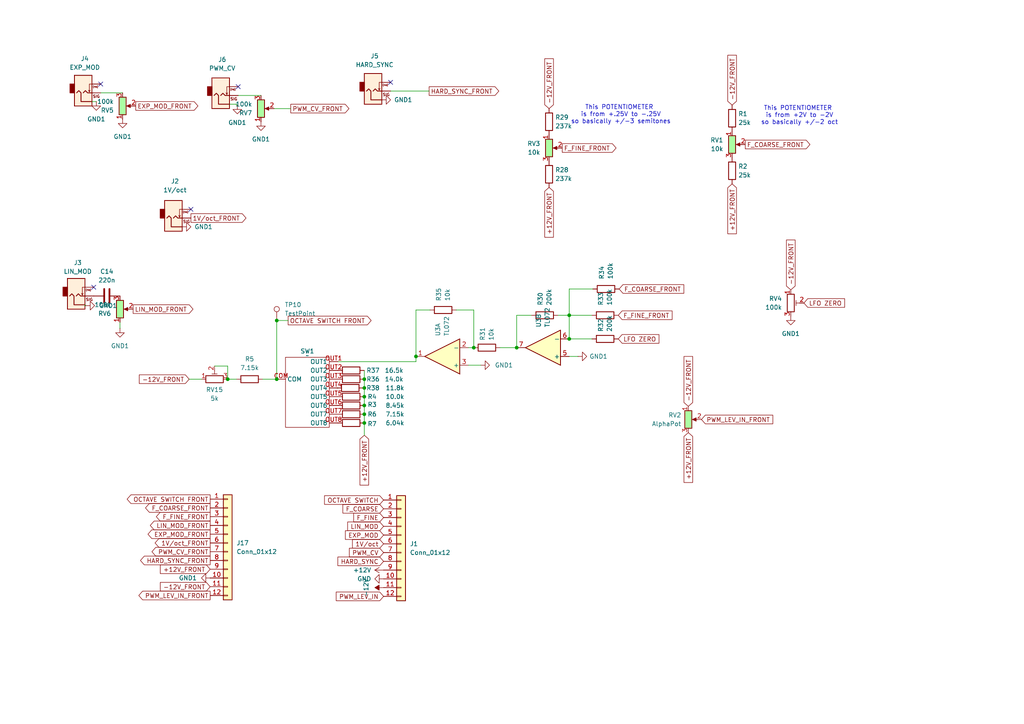
<source format=kicad_sch>
(kicad_sch (version 20250114) (generator "eeschema") (generator_version "9.0")
  (paper "A4")
  (lib_symbols
    (symbol "Amplifier_Operational:TL072" (pin_names (offset 0.127))
      (property "Reference" "U" (at 0 5.08 0))
      (property "Value" "TL072" (at 0 -5.08 0))
      (symbol "TL072_1_1"
        (polyline (pts (xy -5.08 5.08) (xy 5.08 0) (xy -5.08 -5.08) (xy -5.08 5.08)) (stroke (width 0.254)) (fill (type background)))
        (pin input line (at -7.62 2.54 0) (length 2.54) (name "+") (number "3"))
        (pin input line (at -7.62 -2.54 0) (length 2.54) (name "-") (number "2"))
        (pin output line (at 7.62 0 180) (length 2.54) (name "~") (number "1"))
      )
      (symbol "TL072_2_1"
        (polyline (pts (xy -5.08 5.08) (xy 5.08 0) (xy -5.08 -5.08) (xy -5.08 5.08)) (stroke (width 0.254)) (fill (type background)))
        (pin input line (at -7.62 2.54 0) (length 2.54) (name "+") (number "5"))
        (pin input line (at -7.62 -2.54 0) (length 2.54) (name "-") (number "6"))
        (pin output line (at 7.62 0 180) (length 2.54) (name "~") (number "7"))
      )
      (symbol "TL072_3_1"
        (pin power_in line (at -2.54 7.62 270) (length 3.81) (name "V+") (number "8"))
        (pin power_in line (at -2.54 -7.62 90) (length 3.81) (name "V-") (number "4"))
      )
    )
    (symbol "Connector:TestPoint" (pin_numbers (hide yes)) (pin_names (offset 0.762) (hide yes))
      (property "Reference" "TP" (at 0 6.858 0))
      (property "Value" "TestPoint" (at 0 5.08 0))
      (symbol "TestPoint_0_1"
        (circle (center 0 3.302) (radius 0.762))
      )
      (symbol "TestPoint_1_1"
        (pin passive line (at 0 0 90) (length 2.54) (name "1") (number "1"))
      )
    )
    (symbol "Connector_Generic:Conn_01x12" (pin_names (offset 1.016) (hide yes))
      (property "Reference" "J" (at 0 15.24 0))
      (property "Value" "Conn_01x12" (at 0 -17.78 0))
      (symbol "Conn_01x12_1_1"
        (rectangle (start -1.27 13.97) (end 1.27 -16.51) (stroke (width 0.254)) (fill (type background)))
        (rectangle (start -1.27 12.827) (end 0 12.573) (stroke (width 0.1524)))
        (rectangle (start -1.27 10.287) (end 0 10.033) (stroke (width 0.1524)))
        (rectangle (start -1.27 7.747) (end 0 7.493) (stroke (width 0.1524)))
        (rectangle (start -1.27 5.207) (end 0 4.953) (stroke (width 0.1524)))
        (rectangle (start -1.27 2.667) (end 0 2.413) (stroke (width 0.1524)))
        (rectangle (start -1.27 0.127) (end 0 -0.127) (stroke (width 0.1524)))
        (rectangle (start -1.27 -2.413) (end 0 -2.667) (stroke (width 0.1524)))
        (rectangle (start -1.27 -4.953) (end 0 -5.207) (stroke (width 0.1524)))
        (rectangle (start -1.27 -7.493) (end 0 -7.747) (stroke (width 0.1524)))
        (rectangle (start -1.27 -10.033) (end 0 -10.287) (stroke (width 0.1524)))
        (rectangle (start -1.27 -12.573) (end 0 -12.827) (stroke (width 0.1524)))
        (rectangle (start -1.27 -15.113) (end 0 -15.367) (stroke (width 0.1524)))
        (pin passive line (at -5.08 12.7 0) (length 3.81) (name "Pin_1") (number "1"))
        (pin passive line (at -5.08 10.16 0) (length 3.81) (name "Pin_2") (number "2"))
        (pin passive line (at -5.08 7.62 0) (length 3.81) (name "Pin_3") (number "3"))
        (pin passive line (at -5.08 5.08 0) (length 3.81) (name "Pin_4") (number "4"))
        (pin passive line (at -5.08 2.54 0) (length 3.81) (name "Pin_5") (number "5"))
        (pin passive line (at -5.08 0 0) (length 3.81) (name "Pin_6") (number "6"))
        (pin passive line (at -5.08 -2.54 0) (length 3.81) (name "Pin_7") (number "7"))
        (pin passive line (at -5.08 -5.08 0) (length 3.81) (name "Pin_8") (number "8"))
        (pin passive line (at -5.08 -7.62 0) (length 3.81) (name "Pin_9") (number "9"))
        (pin passive line (at -5.08 -10.16 0) (length 3.81) (name "Pin_10") (number "10"))
        (pin passive line (at -5.08 -12.7 0) (length 3.81) (name "Pin_11") (number "11"))
        (pin passive line (at -5.08 -15.24 0) (length 3.81) (name "Pin_12") (number "12"))
      )
    )
    (symbol "Device:C" (pin_numbers (hide yes)) (pin_names (offset 0.254))
      (property "Reference" "C" (at 0.635 2.54 0))
      (property "Value" "C" (at 0.635 -2.54 0))
      (symbol "C_0_1"
        (polyline (pts (xy -2.032 0.762) (xy 2.032 0.762)) (stroke (width 0.508)))
        (polyline (pts (xy -2.032 -0.762) (xy 2.032 -0.762)) (stroke (width 0.508)))
      )
      (symbol "C_1_1"
        (pin passive line (at 0 3.81 270) (length 2.794) (name "~") (number "1"))
        (pin passive line (at 0 -3.81 90) (length 2.794) (name "~") (number "2"))
      )
    )
    (symbol "Device:R" (pin_numbers (hide yes)) (pin_names (offset 0))
      (property "Reference" "R" (at 2.032 0 90))
      (property "Value" "R" (at 0 0 90))
      (symbol "R_0_1"
        (rectangle (start -1.016 -2.54) (end 1.016 2.54) (stroke (width 0.254)))
      )
      (symbol "R_1_1"
        (pin passive line (at 0 3.81 270) (length 1.27) (name "~") (number "1"))
        (pin passive line (at 0 -3.81 90) (length 1.27) (name "~") (number "2"))
      )
    )
    (symbol "Device:R_Potentiometer_Trim" (pin_names (offset 1.016) (hide yes))
      (property "Reference" "RV" (at -4.445 0 90))
      (property "Value" "R_Potentiometer_Trim" (at -2.54 0 90))
      (symbol "R_Potentiometer_Trim_0_1"
        (rectangle (start 1.016 2.54) (end -1.016 -2.54) (stroke (width 0.254)))
        (polyline (pts (xy 1.524 0.762) (xy 1.524 -0.762)))
        (polyline (pts (xy 2.54 0) (xy 1.524 0)))
      )
      (symbol "R_Potentiometer_Trim_1_1"
        (pin passive line (at 0 3.81 270) (length 1.27) (name "1") (number "1"))
        (pin passive line (at 0 -3.81 90) (length 1.27) (name "3") (number "3"))
        (pin passive line (at 3.81 0 180) (length 1.27) (name "2") (number "2"))
      )
    )
    (symbol "EuroRackTools:+12V" (power) (pin_names (offset 0))
      (property "Value" "+12V" (at 0 3.556 0))
      (symbol "+12V_0_1"
        (polyline (pts (xy -0.762 1.27) (xy 0 2.54)))
        (polyline (pts (xy 0 2.54) (xy 0.762 1.27)))
        (polyline (pts (xy 0 0) (xy 0 2.54)))
      )
      (symbol "+12V_1_1"
        (pin power_in line (at 0 0 90) (length 0) (hide yes) (name "+12V") (number "1"))
      )
    )
    (symbol "EuroRackTools:-12V" (power) (pin_names (offset 0))
      (property "Value" "-12V" (at 0 3.81 0))
      (symbol "-12V_0_0"
        (pin power_in line (at 0 0 90) (length 0) (hide yes) (name "-12V") (number "1"))
      )
      (symbol "-12V_0_1"
        (polyline (pts (xy 0 0) (xy 0 1.27) (xy 0.762 1.27) (xy 0 2.54) (xy -0.762 1.27) (xy 0 1.27)) (fill (type outline)))
      )
    )
    (symbol "EuroRackTools:AlphaPot" (pin_names (offset 1.016) (hide yes)) (in_bom no)
      (property "Reference" "RV" (at -4.445 0 90))
      (property "Value" "AlphaPot" (at -2.54 0 90))
      (symbol "AlphaPot_0_1"
        (polyline (pts (xy 1.143 0) (xy 2.286 0.508) (xy 2.286 -0.508) (xy 1.143 0)) (fill (type outline)))
        (polyline (pts (xy 2.54 0) (xy 1.524 0)))
      )
      (symbol "AlphaPot_1_1"
        (rectangle (start -1.016 2.54) (end 1.016 -2.54) (stroke (width 0.254)) (fill (type color) (color 172 255 163 1)))
        (pin passive line (at 0 3.81 270) (length 1.27) (name "1") (number "1"))
        (pin passive line (at 0 -3.81 90) (length 1.27) (name "3") (number "3"))
        (pin passive line (at 3.81 0 180) (length 1.27) (name "2") (number "2"))
      )
    )
    (symbol "EuroRackTools:GND" (power) (pin_names (offset 0))
      (property "Value" "GND" (at 0 -3.81 0))
      (symbol "GND_0_1"
        (polyline (pts (xy 0 0) (xy 0 -1.27) (xy 1.27 -1.27) (xy 0 -2.54) (xy -1.27 -1.27) (xy 0 -1.27)))
      )
      (symbol "GND_1_1"
        (pin power_in line (at 0 0 270) (length 0) (hide yes) (name "GND") (number "1"))
      )
    )
    (symbol "EuroRackTools:TM_rot_switch"
      (property "Reference" "SW" (at -9.652 1.016 0))
      (symbol "TM_rot_switch_0_1"
        (rectangle (start 0 17.78) (end -12.7 -2.54))
      )
      (symbol "TM_rot_switch_1_1"
        (pin passive line (at -15.24 11.43 0) (length 2.54) (name "COM") (number "COM"))
        (pin passive line (at 2.54 16.51 180) (length 2.54) (name "OUT1") (number "OUT1"))
        (pin passive line (at 2.54 13.97 180) (length 2.54) (name "OUT2") (number "OUT2"))
        (pin passive line (at 2.54 11.43 180) (length 2.54) (name "OUT3") (number "OUT3"))
        (pin passive line (at 2.54 8.89 180) (length 2.54) (name "OUT4") (number "OUT4"))
        (pin passive line (at 2.54 6.35 180) (length 2.54) (name "OUT5") (number "OUT5"))
        (pin passive line (at 2.54 3.81 180) (length 2.54) (name "OUT6") (number "OUT6"))
        (pin passive line (at 2.54 1.27 180) (length 2.54) (name "OUT7") (number "OUT7"))
        (pin passive line (at 2.54 -1.27 180) (length 2.54) (name "OUT8") (number "OUT8"))
      )
    )
    (symbol "EuroRackTools:Thonkiconn" (pin_numbers (hide yes)) (in_bom no)
      (property "Reference" "J" (at -1.524 3.048 0))
      (property "Value" "Thonkiconn" (at -0.254 -6.35 0))
      (symbol "Thonkiconn_0_0"
        (text "(no)" (at 3.302 1.778 0) (effects (font (size 0.5 0.5))))
        (text "SIG" (at 3.556 -1.016 0) (effects (font (size 0.8 0.8))))
      )
      (symbol "Thonkiconn_0_1"
        (rectangle (start -4.064 2.54) (end -2.794 0) (stroke (width 0.254)) (fill (type outline)))
        (polyline (pts (xy -0.254 0) (xy 0.381 0.635) (xy 1.016 0) (xy 2.286 0)) (stroke (width 0.254)))
        (polyline (pts (xy 1.524 0.254) (xy 1.778 0.762)))
        (polyline (pts (xy 2.286 2.54) (xy 1.524 2.54) (xy 1.524 0.254) (xy 1.27 0.762)))
        (polyline (pts (xy 2.286 -2.54) (xy -0.889 -2.54) (xy -0.889 0) (xy -1.524 0.635) (xy -2.159 0)) (stroke (width 0.254)))
      )
      (symbol "Thonkiconn_1_1"
        (rectangle (start -2.794 5.08) (end 2.286 -3.81) (stroke (width 0.254)) (fill (type color) (color 255 239 219 1)))
        (pin power_in line (at 2.286 -2.54 180) (length 2.54) (hide yes) (name "GND") (number "S"))
        (pin passive line (at 4.826 2.54 180) (length 2.54) (name "~") (number "TN"))
        (pin passive line (at 4.826 0 180) (length 2.54) (name "~") (number "T"))
      )
    )
    (symbol "power:GND1" (power) (pin_numbers (hide yes)) (pin_names (offset 0) (hide yes))
      (property "Value" "GND1" (at 0 -3.81 0))
      (symbol "GND1_0_1"
        (polyline (pts (xy 0 0) (xy 0 -1.27) (xy 1.27 -1.27) (xy 0 -2.54) (xy -1.27 -1.27) (xy 0 -1.27)))
      )
      (symbol "GND1_1_1"
        (pin power_in line (at 0 0 270) (length 0) (name "~") (number "1"))
      )
    )
  )
  (text "This POTENTIOMETER \nis from +.25V to -.25V\nso basically +/-3 semitones\n" (at 180.086 33.274 0) (effects (font (size 1.27 1.27))))
  (text "This POTENTIOMETER \nis from +2V to -2V\nso basically +/-2 oct\n" (at 231.902 33.528 0) (effects (font (size 1.27 1.27))))
  (junction (at 80.264 92.964))
  (junction (at 105.664 109.982))
  (junction (at 105.664 117.602))
  (junction (at 80.264 109.982))
  (junction (at 105.664 112.522))
  (junction (at 137.414 100.838))
  (junction (at 165.1 91.44))
  (junction (at 165.1 98.298))
  (junction (at 105.664 115.062))
  (junction (at 105.664 120.142))
  (junction (at 120.65 103.378))
  (junction (at 66.04 109.982))
  (junction (at 105.664 122.682))
  (junction (at 149.86 100.838))
  (no_connect (at 29.21 24.384))
  (no_connect (at 55.372 60.706))
  (no_connect (at 69.088 25.146))
  (no_connect (at 113.284 23.876))
  (no_connect (at 27.178 83.312))
  (wire (pts (xy 66.04 109.982) (xy 68.58 109.982)))
  (wire (pts (xy 165.1 98.298) (xy 171.704 98.298)))
  (wire (pts (xy 62.23 106.172) (xy 66.04 106.172)))
  (wire (pts (xy 29.21 26.924) (xy 35.56 26.924)))
  (wire (pts (xy 120.65 104.902) (xy 120.65 103.378)))
  (wire (pts (xy 105.664 112.522) (xy 105.664 115.062)))
  (wire (pts (xy 68.58 30.48) (xy 68.58 30.226)))
  (wire (pts (xy 149.86 91.44) (xy 154.178 91.44)))
  (wire (pts (xy 105.664 120.142) (xy 105.664 122.682)))
  (wire (pts (xy 137.414 100.838) (xy 135.89 100.838)))
  (wire (pts (xy 27.94 29.464) (xy 26.67 29.464)))
  (wire (pts (xy 24.638 88.646) (xy 24.638 88.392)))
  (wire (pts (xy 68.58 30.226) (xy 66.548 30.226)))
  (wire (pts (xy 105.664 109.982) (xy 105.664 112.522)))
  (wire (pts (xy 69.088 27.686) (xy 75.692 27.686)))
  (wire (pts (xy 54.864 109.982) (xy 58.42 109.982)))
  (wire (pts (xy 120.65 103.378) (xy 120.65 89.916)))
  (wire (pts (xy 137.414 100.838) (xy 137.414 89.916)))
  (wire (pts (xy 80.264 92.964) (xy 83.566 92.964)))
  (wire (pts (xy 79.502 31.496) (xy 84.328 31.496)))
  (wire (pts (xy 165.1 91.44) (xy 171.704 91.44)))
  (wire (pts (xy 66.04 106.172) (xy 66.04 109.982)))
  (wire (pts (xy 161.798 91.44) (xy 165.1 91.44)))
  (wire (pts (xy 165.1 91.44) (xy 165.1 83.82)))
  (wire (pts (xy 105.664 115.062) (xy 105.664 117.602)))
  (wire (pts (xy 105.41 112.522) (xy 105.664 112.522)))
  (wire (pts (xy 76.2 109.982) (xy 80.264 109.982)))
  (wire (pts (xy 139.446 105.918) (xy 135.89 105.918)))
  (wire (pts (xy 145.034 100.838) (xy 149.86 100.838)))
  (wire (pts (xy 149.86 100.838) (xy 149.86 91.44)))
  (wire (pts (xy 24.892 88.646) (xy 24.638 88.646)))
  (wire (pts (xy 68.834 30.48) (xy 68.58 30.48)))
  (wire (pts (xy 105.664 107.442) (xy 105.664 109.982)))
  (wire (pts (xy 105.664 117.602) (xy 105.664 120.142)))
  (wire (pts (xy 105.664 122.682) (xy 105.664 126.238)))
  (wire (pts (xy 132.334 89.916) (xy 137.414 89.916)))
  (wire (pts (xy 165.1 83.82) (xy 171.958 83.82)))
  (wire (pts (xy 97.79 112.522) (xy 98.044 112.522)))
  (wire (pts (xy 165.1 98.298) (xy 165.1 91.44)))
  (wire (pts (xy 98.044 104.902) (xy 120.65 104.902)))
  (wire (pts (xy 34.798 95.25) (xy 34.798 93.472)))
  (wire (pts (xy 80.264 109.982) (xy 80.264 92.964)))
  (wire (pts (xy 167.64 103.378) (xy 165.1 103.378)))
  (wire (pts (xy 113.284 26.416) (xy 124.46 26.416)))
  (wire (pts (xy 120.65 89.916) (xy 124.714 89.916)))
  (global_label "F_COARSE_FRONT" (shape input) (at 179.578 83.82 0) (property "Intersheetrefs" "${INTERSHEET_REFS}" (effects (hide yes))))
  (global_label "LIN_MOD" (shape input) (at 111.252 152.654 180) (property "Intersheetrefs" "${INTERSHEET_REFS}" (effects (hide yes))))
  (global_label "EXP_MOD_FRONT" (shape output) (at 39.37 30.734 0) (property "Intersheetrefs" "${INTERSHEET_REFS}" (effects (hide yes))))
  (global_label "OCTAVE SWITCH" (shape input) (at 111.252 145.034 180) (property "Intersheetrefs" "${INTERSHEET_REFS}" (effects (hide yes))))
  (global_label "HARD_SYNC" (shape input) (at 111.252 162.814 180) (property "Intersheetrefs" "${INTERSHEET_REFS}" (effects (hide yes))))
  (global_label "PWM_CV_FRONT" (shape output) (at 60.96 160.02 180) (property "Intersheetrefs" "${INTERSHEET_REFS}" (effects (hide yes))))
  (global_label "+12V_FRONT" (shape input) (at 212.344 53.34 270) (property "Intersheetrefs" "${INTERSHEET_REFS}" (effects (hide yes))))
  (global_label "1V{slash}oct_FRONT" (shape output) (at 55.372 63.246 0) (property "Intersheetrefs" "${INTERSHEET_REFS}" (effects (hide yes))))
  (global_label "-12V_FRONT" (shape input) (at 229.362 84.074 90) (property "Intersheetrefs" "${INTERSHEET_REFS}" (effects (hide yes))))
  (global_label "-12V_FRONT" (shape input) (at 159.258 31.496 90) (property "Intersheetrefs" "${INTERSHEET_REFS}" (effects (hide yes))))
  (global_label "-12V_FRONT" (shape input) (at 212.344 30.48 90) (property "Intersheetrefs" "${INTERSHEET_REFS}" (effects (hide yes))))
  (global_label "EXP_MOD" (shape input) (at 111.252 155.194 180) (property "Intersheetrefs" "${INTERSHEET_REFS}" (effects (hide yes))))
  (global_label "HARD_SYNC_FRONT" (shape output) (at 124.46 26.416 0) (property "Intersheetrefs" "${INTERSHEET_REFS}" (effects (hide yes))))
  (global_label "+12V_FRONT" (shape input) (at 199.644 125.476 270) (property "Intersheetrefs" "${INTERSHEET_REFS}" (effects (hide yes))))
  (global_label "F_FINE_FRONT" (shape output) (at 60.96 149.86 180) (property "Intersheetrefs" "${INTERSHEET_REFS}" (effects (hide yes))))
  (global_label "-12V_FRONT" (shape input) (at 60.96 170.18 180) (property "Intersheetrefs" "${INTERSHEET_REFS}" (effects (hide yes))))
  (global_label "1V{slash}oct_FRONT" (shape output) (at 60.96 157.48 180) (property "Intersheetrefs" "${INTERSHEET_REFS}" (effects (hide yes))))
  (global_label "+12V_FRONT" (shape input) (at 159.258 54.356 270) (property "Intersheetrefs" "${INTERSHEET_REFS}" (effects (hide yes))))
  (global_label "F_COARSE" (shape input) (at 111.252 147.574 180) (property "Intersheetrefs" "${INTERSHEET_REFS}" (effects (hide yes))))
  (global_label "-12V_FRONT" (shape input) (at 54.864 109.982 180) (property "Intersheetrefs" "${INTERSHEET_REFS}" (effects (hide yes))))
  (global_label "PWM_LEV_IN_FRONT" (shape input) (at 203.454 121.666 0) (property "Intersheetrefs" "${INTERSHEET_REFS}" (effects (hide yes))))
  (global_label "LFO ZERO" (shape input) (at 179.324 98.298 0) (property "Intersheetrefs" "${INTERSHEET_REFS}" (effects (hide yes))))
  (global_label "+12V_FRONT" (shape input) (at 60.96 165.1 180) (property "Intersheetrefs" "${INTERSHEET_REFS}" (effects (hide yes))))
  (global_label "F_COARSE_FRONT" (shape output) (at 216.154 41.91 0) (property "Intersheetrefs" "${INTERSHEET_REFS}" (effects (hide yes))))
  (global_label "LIN_MOD_FRONT" (shape output) (at 38.608 89.662 0) (property "Intersheetrefs" "${INTERSHEET_REFS}" (effects (hide yes))))
  (global_label "-12V_FRONT" (shape input) (at 199.644 117.856 90) (property "Intersheetrefs" "${INTERSHEET_REFS}" (effects (hide yes))))
  (global_label "F_FINE" (shape input) (at 111.252 150.114 180) (property "Intersheetrefs" "${INTERSHEET_REFS}" (effects (hide yes))))
  (global_label "EXP_MOD_FRONT" (shape output) (at 60.96 154.94 180) (property "Intersheetrefs" "${INTERSHEET_REFS}" (effects (hide yes))))
  (global_label "LIN_MOD_FRONT" (shape output) (at 60.96 152.4 180) (property "Intersheetrefs" "${INTERSHEET_REFS}" (effects (hide yes))))
  (global_label "OCTAVE SWITCH FRONT" (shape output) (at 83.566 92.964 0) (property "Intersheetrefs" "${INTERSHEET_REFS}" (effects (hide yes))))
  (global_label "1V{slash}oct" (shape input) (at 111.252 157.734 180) (property "Intersheetrefs" "${INTERSHEET_REFS}" (effects (hide yes))))
  (global_label "PWM_LEV_IN_FRONT" (shape output) (at 60.96 172.72 180) (property "Intersheetrefs" "${INTERSHEET_REFS}" (effects (hide yes))))
  (global_label "LFO ZERO" (shape input) (at 233.172 87.884 0) (property "Intersheetrefs" "${INTERSHEET_REFS}" (effects (hide yes))))
  (global_label "OCTAVE SWITCH FRONT" (shape output) (at 60.96 144.78 180) (property "Intersheetrefs" "${INTERSHEET_REFS}" (effects (hide yes))))
  (global_label "PWM_CV_FRONT" (shape output) (at 84.328 31.496 0) (property "Intersheetrefs" "${INTERSHEET_REFS}" (effects (hide yes))))
  (global_label "PWM_LEV_IN" (shape input) (at 111.252 172.974 180) (property "Intersheetrefs" "${INTERSHEET_REFS}" (effects (hide yes))))
  (global_label "F_COARSE_FRONT" (shape output) (at 60.96 147.32 180) (property "Intersheetrefs" "${INTERSHEET_REFS}" (effects (hide yes))))
  (global_label "HARD_SYNC_FRONT" (shape output) (at 60.96 162.56 180) (property "Intersheetrefs" "${INTERSHEET_REFS}" (effects (hide yes))))
  (global_label "F_FINE_FRONT" (shape output) (at 163.068 42.926 0) (property "Intersheetrefs" "${INTERSHEET_REFS}" (effects (hide yes))))
  (global_label "F_FINE_FRONT" (shape input) (at 179.324 91.44 0) (property "Intersheetrefs" "${INTERSHEET_REFS}" (effects (hide yes))))
  (global_label "PWM_CV" (shape input) (at 111.252 160.274 180) (property "Intersheetrefs" "${INTERSHEET_REFS}" (effects (hide yes))))
  (global_label "+12V_FRONT" (shape input) (at 105.664 126.238 270) (property "Intersheetrefs" "${INTERSHEET_REFS}" (effects (hide yes))))
  (symbol (lib_id "power:GND1") (at 52.832 65.786 90) (unit 1)
    (property "Reference" "#PWR072" (effects (hide yes)))
    (property "Value" "GND1" (at 56.388 65.7859 90) (effects (justify right)))
    (property "Description" "Power symbol creates a global label with name \"GND1\" , ground" (effects (hide yes)))
  )
  (symbol (lib_id "power:GND1") (at 34.798 95.25 0) (unit 1)
    (property "Reference" "#PWR078" (effects (hide yes)))
    (property "Value" "GND1" (at 34.798 100.33 0))
    (property "Description" "Power symbol creates a global label with name \"GND1\" , ground" (effects (hide yes)))
  )
  (symbol (lib_id "power:GND1") (at 60.96 167.64 270) (unit 1)
    (property "Reference" "#PWR076" (effects (hide yes)))
    (property "Value" "GND1" (at 57.15 167.6399 90) (effects (justify right)))
    (property "Description" "Power symbol creates a global label with name \"GND1\" , ground" (effects (hide yes)))
  )
  (symbol (lib_id "EuroRackTools:AlphaPot") (at 75.692 31.496 0) (mirror x) (unit 1) (in_bom no)
    (property "Reference" "RV7" (at 73.152 32.7661 0) (effects (justify right)))
    (property "Value" "100k" (at 73.152 30.2261 0) (effects (justify right)))
    (property "Footprint" "Eurorack:Potentiometer_Alpha_RD901F-40-00D_Single_Vertical" (effects (hide yes)))
    (property "Description" "PWM ATTN" (effects (hide yes)))
    (property "Sim.Pins" "1=1 2=2 3=3" (effects (hide yes)))
    (property "Sim.Device" "SPICE" (effects (hide yes)))
    (property "Sim.Params" "type=\"X\" model=\"pot100k\" lib=\"\"" (effects (hide yes)))
  )
  (symbol (lib_id "EuroRackTools:AlphaPot") (at 212.344 41.91 0) (unit 1) (in_bom no)
    (property "Reference" "RV1" (at 209.804 40.6399 0) (effects (justify right)))
    (property "Value" "10k" (at 209.804 43.1799 0) (effects (justify right)))
    (property "Footprint" "Eurorack:Potentiometer_Alpha_RD901F-40-00D_Single_Vertical" (effects (hide yes)))
    (property "Description" "F_FINE" (effects (hide yes)))
    (property "Sim.Pins" "1=1 2=2 3=3" (effects (hide yes)))
    (property "Sim.Device" "SPICE" (effects (hide yes)))
    (property "Sim.Params" "type=\"X\" model=\"pot100k\" lib=\"\"" (effects (hide yes)))
  )
  (symbol (lib_id "EuroRackTools:Thonkiconn") (at 24.384 26.924 0) (unit 1) (in_bom no)
    (property "Reference" "J4" (at 24.5872 17.018 0))
    (property "Value" "EXP_MOD" (at 24.5872 19.558 0))
    (property "Footprint" "Eurorack:Jack_3.5mm_QingPu_WQP-PJ398SM_Vertical_CircularHoles" (effects (hide yes)))
    (property "Description" "Audio Jack, 2 Poles (Mono / TS), Switched T Pole (Normalling)" (effects (hide yes)))
  )
  (symbol (lib_id "power:GND1") (at 35.56 34.544 0) (unit 1)
    (property "Reference" "#PWR066" (effects (hide yes)))
    (property "Value" "GND1" (at 35.56 39.624 0))
    (property "Description" "Power symbol creates a global label with name \"GND1\" , ground" (effects (hide yes)))
  )
  (symbol (lib_id "Device:R") (at 175.768 83.82 90) (unit 1)
    (property "Reference" "R34" (at 174.4979 81.026 0) (effects (justify left)))
    (property "Value" "100k" (at 177.0379 81.026 0) (effects (justify left)))
    (property "Footprint" "Resistor_SMD:R_0603_1608Metric_Pad0.98x0.95mm_HandSolder" (effects (hide yes)))
    (property "Description" "Resistor" (effects (hide yes)))
  )
  (symbol (lib_id "Device:R") (at 101.854 122.682 90) (unit 1)
    (property "Reference" "R7" (at 107.95 122.936 90))
    (property "Value" "6.04k" (at 114.554 122.682 90))
    (property "Footprint" "Resistor_SMD:R_0603_1608Metric_Pad0.98x0.95mm_HandSolder" (effects (hide yes)))
    (property "Description" "Resistor" (effects (hide yes)))
  )
  (symbol (lib_id "Device:R") (at 212.344 49.53 0) (unit 1)
    (property "Reference" "R2" (at 214.122 48.2599 0) (effects (justify left)))
    (property "Value" "25k" (at 214.122 50.7999 0) (effects (justify left)))
    (property "Footprint" "Resistor_SMD:R_0603_1608Metric_Pad0.98x0.95mm_HandSolder" (effects (hide yes)))
    (property "Description" "Resistor" (effects (hide yes)))
  )
  (symbol (lib_id "Device:C") (at 30.988 85.852 90) (unit 1)
    (property "Reference" "C14" (at 30.988 78.74 90))
    (property "Value" "220n" (at 30.988 81.28 90))
    (property "Footprint" "Capacitor_SMD:C_0603_1608Metric_Pad1.08x0.95mm_HandSolder" (effects (hide yes)))
    (property "Description" "Unpolarized capacitor" (effects (hide yes)))
  )
  (symbol (lib_id "Device:R") (at 101.854 120.142 90) (unit 1)
    (property "Reference" "R6" (at 107.95 120.142 90))
    (property "Value" "7.15k" (at 114.554 120.142 90))
    (property "Footprint" "Resistor_SMD:R_0603_1608Metric_Pad0.98x0.95mm_HandSolder" (effects (hide yes)))
    (property "Description" "Resistor" (effects (hide yes)))
  )
  (symbol (lib_id "power:GND1") (at 139.446 105.918 90) (unit 1)
    (property "Reference" "#PWR063" (effects (hide yes)))
    (property "Value" "GND1" (at 143.51 105.9179 90) (effects (justify right)))
    (property "Description" "Power symbol creates a global label with name \"GND1\" , ground" (effects (hide yes)))
  )
  (symbol (lib_id "Device:R") (at 175.514 98.298 90) (unit 1)
    (property "Reference" "R32" (at 174.2439 96.266 0) (effects (justify left)))
    (property "Value" "200k" (at 176.7839 96.266 0) (effects (justify left)))
    (property "Footprint" "Resistor_SMD:R_0603_1608Metric_Pad0.98x0.95mm_HandSolder" (effects (hide yes)))
    (property "Description" "Resistor" (effects (hide yes)))
  )
  (symbol (lib_id "Device:R") (at 72.39 109.982 90) (unit 1)
    (property "Reference" "R5" (at 72.39 104.14 90))
    (property "Value" "7.15k" (at 72.39 106.68 90))
    (property "Footprint" "Resistor_SMD:R_0603_1608Metric_Pad0.98x0.95mm_HandSolder" (effects (hide yes)))
    (property "Description" "Resistor" (effects (hide yes)))
  )
  (symbol (lib_id "power:GND1") (at 27.94 29.464 0) (unit 1)
    (property "Reference" "#PWR067" (effects (hide yes)))
    (property "Value" "GND1" (at 27.94 34.544 0))
    (property "Description" "Power symbol creates a global label with name \"GND1\" , ground" (effects (hide yes)))
  )
  (symbol (lib_id "Device:R") (at 101.854 117.602 90) (unit 1)
    (property "Reference" "R3" (at 107.95 117.348 90))
    (property "Value" "8.45k" (at 114.554 117.602 90))
    (property "Footprint" "Resistor_SMD:R_0603_1608Metric_Pad0.98x0.95mm_HandSolder" (effects (hide yes)))
    (property "Description" "Resistor" (effects (hide yes)))
  )
  (symbol (lib_id "EuroRackTools:Thonkiconn") (at 64.262 27.686 0) (unit 1) (in_bom no)
    (property "Reference" "J6" (at 64.4652 17.272 0))
    (property "Value" "PWM_CV" (at 64.4652 19.812 0))
    (property "Footprint" "Eurorack:Jack_3.5mm_QingPu_WQP-PJ398SM_Vertical_CircularHoles" (effects (hide yes)))
    (property "Description" "Audio Jack, 2 Poles (Mono / TS), Switched T Pole (Normalling)" (effects (hide yes)))
  )
  (symbol (lib_id "EuroRackTools:TM_rot_switch") (at 95.504 121.412 0) (unit 1)
    (property "Reference" "SW1" (at 89.154 101.854 0))
    (property "Value" "~" (at 89.154 103.124 0))
    (property "Footprint" "Eurorack:TH_rot_switch" (effects (hide yes)))
  )
  (symbol (lib_id "EuroRackTools:GND") (at 111.252 167.894 270) (unit 1)
    (property "Reference" "#PWR082" (effects (hide yes)))
    (property "Value" "GND" (at 107.696 167.8939 90) (effects (justify right)))
    (property "Description" "Power symbol creates a global label with name \"GND\" , ground" (effects (hide yes)))
  )
  (symbol (lib_id "Device:R") (at 128.524 89.916 90) (unit 1)
    (property "Reference" "R35" (at 127.2539 87.376 0) (effects (justify left)))
    (property "Value" "10k" (at 129.7939 87.376 0) (effects (justify left)))
    (property "Footprint" "Resistor_SMD:R_0603_1608Metric_Pad0.98x0.95mm_HandSolder" (effects (hide yes)))
    (property "Description" "Resistor" (effects (hide yes)))
  )
  (symbol (lib_id "power:GND1") (at 110.744 28.956 90) (unit 1)
    (property "Reference" "#PWR070" (effects (hide yes)))
    (property "Value" "GND1" (at 114.3 28.9559 90) (effects (justify right)))
    (property "Description" "Power symbol creates a global label with name \"GND1\" , ground" (effects (hide yes)))
  )
  (symbol (lib_id "Device:R") (at 159.258 50.546 0) (unit 1)
    (property "Reference" "R28" (at 161.036 49.2759 0) (effects (justify left)))
    (property "Value" "237k" (at 161.036 51.8159 0) (effects (justify left)))
    (property "Footprint" "Resistor_SMD:R_0603_1608Metric_Pad0.98x0.95mm_HandSolder" (effects (hide yes)))
    (property "Description" "Resistor" (effects (hide yes)))
  )
  (symbol (lib_id "EuroRackTools:Thonkiconn") (at 108.458 26.416 0) (unit 1) (in_bom no)
    (property "Reference" "J5" (at 108.6612 16.256 0))
    (property "Value" "HARD_SYNC" (at 108.6612 18.796 0))
    (property "Footprint" "Eurorack:Jack_3.5mm_QingPu_WQP-PJ398SM_Vertical_CircularHoles" (effects (hide yes)))
    (property "Description" "Audio Jack, 2 Poles (Mono / TS), Switched T Pole (Normalling)" (effects (hide yes)))
  )
  (symbol (lib_id "Device:R") (at 101.6 112.522 90) (unit 1)
    (property "Reference" "R38" (at 108.204 112.522 90))
    (property "Value" "11.8k" (at 114.554 112.522 90))
    (property "Footprint" "Resistor_SMD:R_0603_1608Metric_Pad0.98x0.95mm_HandSolder" (effects (hide yes)))
    (property "Description" "Resistor" (effects (hide yes)))
  )
  (symbol (lib_id "EuroRackTools:AlphaPot") (at 34.798 89.662 0) (mirror x) (unit 1) (in_bom no)
    (property "Reference" "RV6" (at 32.258 90.9321 0) (effects (justify right)))
    (property "Value" "100k" (at 32.258 88.3921 0) (effects (justify right)))
    (property "Footprint" "Eurorack:Potentiometer_Alpha_RD901F-40-00D_Single_Vertical" (effects (hide yes)))
    (property "Description" "LIN_MOD_ATT" (effects (hide yes)))
    (property "Sim.Pins" "1=1 2=2 3=3" (effects (hide yes)))
    (property "Sim.Device" "SPICE" (effects (hide yes)))
    (property "Sim.Params" "type=\"X\" model=\"pot100k\" lib=\"\"" (effects (hide yes)))
  )
  (symbol (lib_id "EuroRackTools:AlphaPot") (at 35.56 30.734 0) (mirror x) (unit 1) (in_bom no)
    (property "Reference" "RV5" (at 33.02 32.0041 0) (effects (justify right)))
    (property "Value" "100k" (at 33.02 29.4641 0) (effects (justify right)))
    (property "Footprint" "Eurorack:Potentiometer_Alpha_RD901F-40-00D_Single_Vertical" (effects (hide yes)))
    (property "Description" "EXP_MOD_ATTN" (effects (hide yes)))
    (property "Sim.Pins" "1=1 2=2 3=3" (effects (hide yes)))
    (property "Sim.Device" "SPICE" (effects (hide yes)))
    (property "Sim.Params" "type=\"X\" model=\"pot100k\" lib=\"\"" (effects (hide yes)))
  )
  (symbol (lib_id "Connector_Generic:Conn_01x12") (at 116.332 157.734 0) (unit 1)
    (property "Reference" "J1" (at 118.872 157.7339 0) (effects (justify left)))
    (property "Value" "Conn_01x12" (at 118.872 160.2739 0) (effects (justify left)))
    (property "Footprint" "Connector_PinSocket_2.54mm:PinSocket_1x12_P2.54mm_Vertical" (effects (hide yes)))
    (property "Description" "Generic connector, single row, 01x12, script generated (kicad-library-utils/schlib/autogen/connector/)" (effects (hide yes)))
  )
  (symbol (lib_id "power:GND1") (at 167.64 103.378 90) (unit 1)
    (property "Reference" "#PWR064" (effects (hide yes)))
    (property "Value" "GND1" (at 170.942 103.3779 90) (effects (justify right)))
    (property "Description" "Power symbol creates a global label with name \"GND1\" , ground" (effects (hide yes)))
  )
  (symbol (lib_id "power:GND1") (at 75.692 35.306 0) (unit 1)
    (property "Reference" "#PWR069" (effects (hide yes)))
    (property "Value" "GND1" (at 75.692 40.386 0))
    (property "Description" "Power symbol creates a global label with name \"GND1\" , ground" (effects (hide yes)))
  )
  (symbol (lib_id "EuroRackTools:Thonkiconn") (at 22.352 85.852 0) (unit 1) (in_bom no)
    (property "Reference" "J3" (at 22.5552 76.2 0))
    (property "Value" "LIN_MOD" (at 22.5552 78.74 0))
    (property "Footprint" "Eurorack:Jack_3.5mm_QingPu_WQP-PJ398SM_Vertical_CircularHoles" (effects (hide yes)))
    (property "Description" "Audio Jack, 2 Poles (Mono / TS), Switched T Pole (Normalling)" (effects (hide yes)))
  )
  (symbol (lib_id "Device:R") (at 101.854 109.982 90) (unit 1)
    (property "Reference" "R36" (at 108.204 109.982 90))
    (property "Value" "14.0k" (at 114.3 109.982 90))
    (property "Footprint" "Resistor_SMD:R_0603_1608Metric_Pad0.98x0.95mm_HandSolder" (effects (hide yes)))
    (property "Description" "Resistor" (effects (hide yes)))
  )
  (symbol (lib_id "EuroRackTools:-12V") (at 111.252 170.434 90) (unit 1)
    (property "Reference" "#PWR084" (effects (hide yes)))
    (property "Value" "-12V" (at 106.172 170.434 0))
    (property "Description" "Power symbol creates a global label with name \"-12V\"" (effects (hide yes)))
  )
  (symbol (lib_id "Device:R") (at 101.854 107.442 90) (unit 1)
    (property "Reference" "R37" (at 108.204 107.442 90))
    (property "Value" "16.5k" (at 114.3 107.442 90))
    (property "Footprint" "Resistor_SMD:R_0603_1608Metric_Pad0.98x0.95mm_HandSolder" (effects (hide yes)))
    (property "Description" "Resistor" (effects (hide yes)))
  )
  (symbol (lib_id "Device:R") (at 141.224 100.838 90) (unit 1)
    (property "Reference" "R31" (at 139.9539 98.806 0) (effects (justify left)))
    (property "Value" "10k" (at 142.4939 98.806 0) (effects (justify left)))
    (property "Footprint" "Resistor_SMD:R_0603_1608Metric_Pad0.98x0.95mm_HandSolder" (effects (hide yes)))
    (property "Description" "Resistor" (effects (hide yes)))
  )
  (symbol (lib_id "Amplifier_Operational:TL072") (at 157.48 100.838 180) (unit 2)
    (property "Reference" "U3" (at 156.2099 94.996 90) (effects (justify right)))
    (property "Value" "TL072" (at 158.7499 94.996 90) (effects (justify right)))
    (property "Footprint" "Package_SO:SOIC-8_3.9x4.9mm_P1.27mm" (effects (hide yes)))
    (property "Datasheet" "http://www.ti.com/lit/ds/symlink/tl071.pdf" (effects (hide yes)))
    (property "Description" "Dual Low-Noise JFET-Input Operational Amplifiers, DIP-8/SOIC-8" (effects (hide yes)))
  )
  (symbol (lib_id "Device:R") (at 159.258 35.306 0) (unit 1)
    (property "Reference" "R29" (at 161.036 34.0359 0) (effects (justify left)))
    (property "Value" "237k" (at 161.036 36.5759 0) (effects (justify left)))
    (property "Footprint" "Resistor_SMD:R_0603_1608Metric_Pad0.98x0.95mm_HandSolder" (effects (hide yes)))
    (property "Description" "Resistor" (effects (hide yes)))
  )
  (symbol (lib_id "Device:R") (at 157.988 91.44 90) (unit 1)
    (property "Reference" "R30" (at 156.7179 88.646 0) (effects (justify left)))
    (property "Value" "200k" (at 159.2579 88.646 0) (effects (justify left)))
    (property "Footprint" "Resistor_SMD:R_0603_1608Metric_Pad0.98x0.95mm_HandSolder" (effects (hide yes)))
    (property "Description" "Resistor" (effects (hide yes)))
  )
  (symbol (lib_id "Device:R") (at 212.344 34.29 0) (unit 1)
    (property "Reference" "R1" (at 214.122 33.0199 0) (effects (justify left)))
    (property "Value" "25k" (at 214.122 35.5599 0) (effects (justify left)))
    (property "Footprint" "Resistor_SMD:R_0603_1608Metric_Pad0.98x0.95mm_HandSolder" (effects (hide yes)))
    (property "Description" "Resistor" (effects (hide yes)))
  )
  (symbol (lib_id "Device:R") (at 101.854 115.062 90) (unit 1)
    (property "Reference" "R4" (at 107.95 115.062 90))
    (property "Value" "10.0k" (at 114.554 115.062 90))
    (property "Footprint" "Resistor_SMD:R_0603_1608Metric_Pad0.98x0.95mm_HandSolder" (effects (hide yes)))
    (property "Description" "Resistor" (effects (hide yes)))
  )
  (symbol (lib_id "Device:R_Potentiometer_Trim") (at 229.362 87.884 0) (unit 1)
    (property "Reference" "RV4" (at 226.822 86.6139 0) (effects (justify right)))
    (property "Value" "100k" (at 226.822 89.1539 0) (effects (justify right)))
    (property "Footprint" "Potentiometer_SMD:Potentiometer_Bourns_3214X_Vertical" (effects (hide yes)))
    (property "Description" "LFO_ZERO" (effects (hide yes)))
  )
  (symbol (lib_id "power:GND1") (at 24.892 88.646 90) (unit 1)
    (property "Reference" "#PWR071" (effects (hide yes)))
    (property "Value" "GND1" (at 28.702 88.6459 90) (effects (justify right)))
    (property "Description" "Power symbol creates a global label with name \"GND1\" , ground" (effects (hide yes)))
  )
  (symbol (lib_id "Device:R") (at 175.514 91.44 90) (unit 1)
    (property "Reference" "R33" (at 174.2439 88.646 0) (effects (justify left)))
    (property "Value" "100k" (at 176.7839 88.646 0) (effects (justify left)))
    (property "Footprint" "Resistor_SMD:R_0603_1608Metric_Pad0.98x0.95mm_HandSolder" (effects (hide yes)))
    (property "Description" "Resistor" (effects (hide yes)))
  )
  (symbol (lib_id "Device:R_Potentiometer_Trim") (at 62.23 109.982 90) (unit 1)
    (property "Reference" "RV15" (at 62.23 113.03 90))
    (property "Value" "5k" (at 62.23 115.57 90))
    (property "Footprint" "Potentiometer_SMD:Potentiometer_Bourns_3214X_Vertical" (effects (hide yes)))
    (property "Description" "LFO_ZERO" (effects (hide yes)))
  )
  (symbol (lib_id "EuroRackTools:+12V") (at 111.252 165.354 90) (unit 1)
    (property "Reference" "#PWR083" (effects (hide yes)))
    (property "Value" "+12V" (at 107.696 165.3539 90) (effects (justify left)))
    (property "Description" "Power symbol creates a global label with name \"+12V\"" (effects (hide yes)))
  )
  (symbol (lib_id "Connector_Generic:Conn_01x12") (at 66.04 157.48 0) (unit 1)
    (property "Reference" "J17" (at 68.58 157.4799 0) (effects (justify left)))
    (property "Value" "Conn_01x12" (at 68.58 160.0199 0) (effects (justify left)))
    (property "Footprint" "Connector_PinHeader_2.54mm:PinHeader_1x12_P2.54mm_Vertical" (effects (hide yes)))
    (property "Description" "Generic connector, single row, 01x12, script generated (kicad-library-utils/schlib/autogen/connector/)" (effects (hide yes)))
  )
  (symbol (lib_id "EuroRackTools:AlphaPot") (at 159.258 42.926 0) (unit 1) (in_bom no)
    (property "Reference" "RV3" (at 156.718 41.6559 0) (effects (justify right)))
    (property "Value" "10k" (at 156.718 44.1959 0) (effects (justify right)))
    (property "Footprint" "Eurorack:Potentiometer_Alpha_RD901F-40-00D_Single_Vertical" (effects (hide yes)))
    (property "Description" "F_FINE" (effects (hide yes)))
    (property "Sim.Pins" "1=1 2=2 3=3" (effects (hide yes)))
    (property "Sim.Device" "SPICE" (effects (hide yes)))
    (property "Sim.Params" "type=\"X\" model=\"pot100k\" lib=\"\"" (effects (hide yes)))
  )
  (symbol (lib_id "Connector:TestPoint") (at 80.264 92.964 0) (unit 1)
    (property "Reference" "TP10" (at 82.55 88.3919 0) (effects (justify left)))
    (property "Value" "TestPoint" (at 82.55 90.9319 0) (effects (justify left)))
    (property "Footprint" "Eurorack:TestPoint_Pad_D1.0mm" (effects (hide yes)))
    (property "Description" "test point" (effects (hide yes)))
  )
  (symbol (lib_id "EuroRackTools:AlphaPot") (at 199.644 121.666 0) (unit 1) (in_bom no)
    (property "Reference" "RV2" (at 197.612 120.3959 0) (effects (justify right)))
    (property "Value" "AlphaPot" (at 197.612 122.9359 0) (effects (justify right)))
    (property "Footprint" "Eurorack:Potentiometer_Alpha_RD901F-40-00D_Single_Vertical" (effects (hide yes)))
    (property "Description" "Potentiometer" (effects (hide yes)))
    (property "Sim.Pins" "1=1 2=2 3=3" (effects (hide yes)))
    (property "Sim.Device" "SPICE" (effects (hide yes)))
    (property "Sim.Params" "type=\"X\" model=\"pot100k\" lib=\"\"" (effects (hide yes)))
  )
  (symbol (lib_id "EuroRackTools:Thonkiconn") (at 50.546 63.246 0) (unit 1) (in_bom no)
    (property "Reference" "J2" (at 50.7492 52.578 0))
    (property "Value" "1V/oct" (at 50.7492 55.118 0))
    (property "Footprint" "Eurorack:Jack_3.5mm_QingPu_WQP-PJ398SM_Vertical_CircularHoles" (effects (hide yes)))
    (property "Description" "Audio Jack, 2 Poles (Mono / TS), Switched T Pole (Normalling)" (effects (hide yes)))
  )
  (symbol (lib_id "power:GND1") (at 68.834 30.48 0) (unit 1)
    (property "Reference" "#PWR068" (effects (hide yes)))
    (property "Value" "GND1" (at 68.834 35.56 0))
    (property "Description" "Power symbol creates a global label with name \"GND1\" , ground" (effects (hide yes)))
  )
  (symbol (lib_id "power:GND1") (at 229.362 91.694 0) (unit 1)
    (property "Reference" "#PWR065" (effects (hide yes)))
    (property "Value" "GND1" (at 229.362 96.774 0))
    (property "Description" "Power symbol creates a global label with name \"GND1\" , ground" (effects (hide yes)))
  )
  (symbol (lib_id "Amplifier_Operational:TL072") (at 128.27 103.378 180) (unit 1)
    (property "Reference" "U3" (at 126.9999 97.536 90) (effects (justify right)))
    (property "Value" "TL072" (at 129.5399 97.536 90) (effects (justify right)))
    (property "Footprint" "Package_SO:SOIC-8_3.9x4.9mm_P1.27mm" (effects (hide yes)))
    (property "Datasheet" "http://www.ti.com/lit/ds/symlink/tl071.pdf" (effects (hide yes)))
    (property "Description" "Dual Low-Noise JFET-Input Operational Amplifiers, DIP-8/SOIC-8" (effects (hide yes)))
  )
)
</source>
